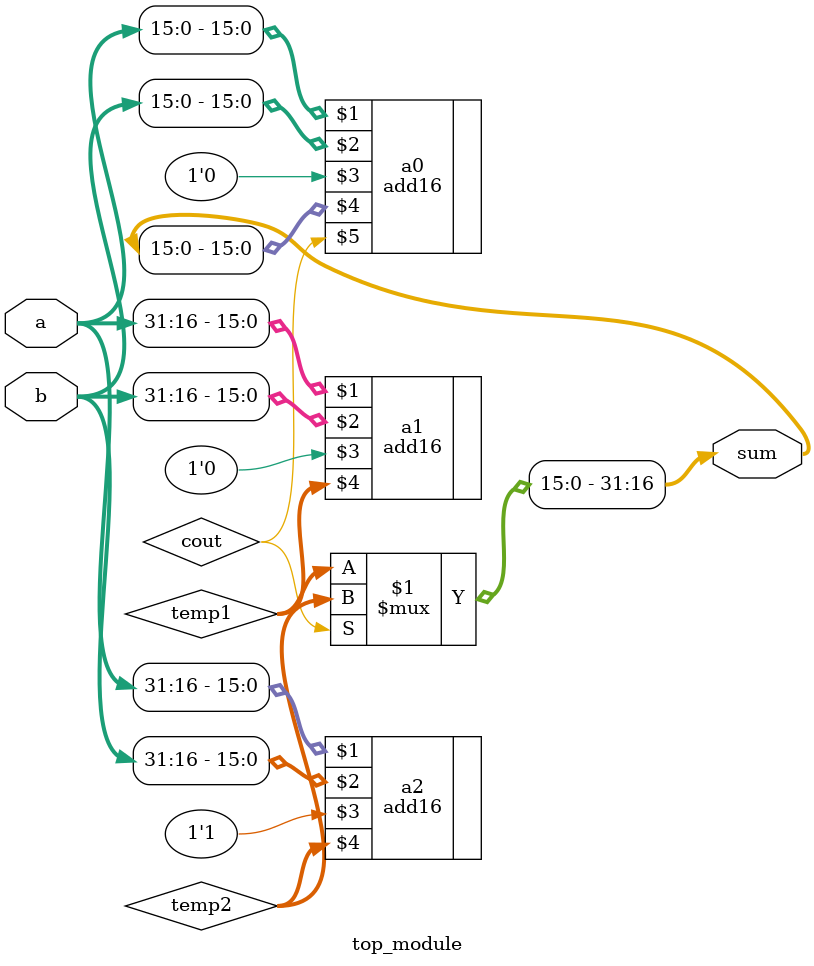
<source format=v>
module top_module(
    input [31:0] a,
    input [31:0] b,
    output [31:0] sum
);
    wire cout;
    wire [15:0] temp1, temp2;
    add16 a0 (a[15:0], b[15:0], 1'b0, sum[15:0], cout);
    add16 a1 (a[31:16], b[31:16], 1'b0, temp1);
    add16 a2 (a[31:16], b[31:16], 1'b1, temp2);
    
    assign sum[31:16] = cout ? temp2 : temp1;

  // m = 2
  /*
    wire c, c1,c2;
    wire [15:0] s[1:0];
    
    add16 a1 (a[15:0], b[15:0], 0, sum[15:0], c);
    add16 a2 (a[31:16], b[31:16], 0, s[0], c1);
    add16 a3 (a[31:16], b[31:16], 1, s[1], c2);
    
    assign sum[31:16] = s[c];
    */

endmodule

</source>
